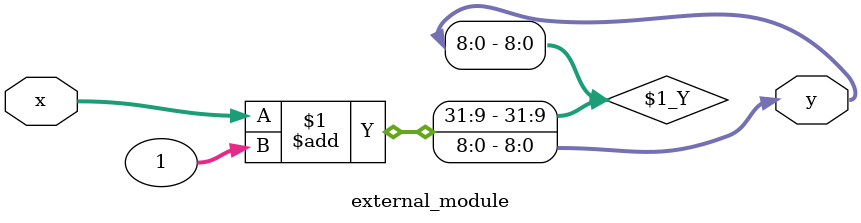
<source format=v>
module external_module#(
    parameter W = 8
)(
    input [W-1:0] x,
    output [W:0] y
);
    assign y = x + 1;
endmodule

</source>
